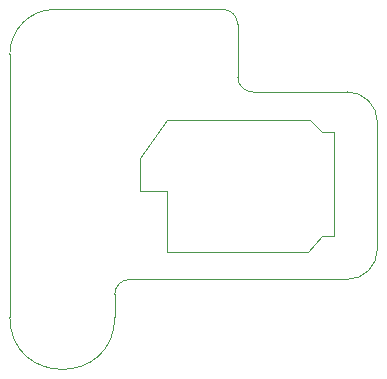
<source format=gbr>
G04 #@! TF.GenerationSoftware,KiCad,Pcbnew,5.99.0-unknown-bf85ddd577~142~ubuntu20.04.1*
G04 #@! TF.CreationDate,2021-11-08T22:56:13-05:00*
G04 #@! TF.ProjectId,microTouch,6d696372-6f54-46f7-9563-682e6b696361,rev?*
G04 #@! TF.SameCoordinates,Original*
G04 #@! TF.FileFunction,Profile,NP*
%FSLAX46Y46*%
G04 Gerber Fmt 4.6, Leading zero omitted, Abs format (unit mm)*
G04 Created by KiCad (PCBNEW 5.99.0-unknown-bf85ddd577~142~ubuntu20.04.1) date 2021-11-08 22:56:13*
%MOMM*%
%LPD*%
G01*
G04 APERTURE LIST*
G04 #@! TA.AperFunction,Profile*
%ADD10C,0.100000*%
G04 #@! TD*
G04 APERTURE END LIST*
D10*
X98425000Y-112395000D02*
X98425000Y-90170000D01*
X107315000Y-110490000D02*
X107315000Y-112395000D01*
X98425000Y-112395000D02*
G75*
G03*
X107315000Y-112395000I4445000J0D01*
G01*
X108585000Y-109220000D02*
G75*
G03*
X107315000Y-110490000I0J-1270000D01*
G01*
X127000000Y-109220000D02*
X108585000Y-109220000D01*
X127000000Y-109220000D02*
G75*
G03*
X129540000Y-106680000I0J2540000D01*
G01*
X129540000Y-95885000D02*
X129540000Y-106680000D01*
X129540000Y-95885000D02*
G75*
G03*
X127000000Y-93345000I-2540000J0D01*
G01*
X118989974Y-93345000D02*
X127000000Y-93345000D01*
X117719974Y-92075000D02*
G75*
G03*
X118989974Y-93345000I1270000J0D01*
G01*
X117719974Y-87630000D02*
X117719974Y-92075000D01*
X117719974Y-87630000D02*
G75*
G03*
X116449974Y-86360000I-1270000J0D01*
G01*
X102235000Y-86360000D02*
X116449974Y-86360000D01*
X102235000Y-86360000D02*
G75*
G03*
X98425000Y-90170000I0J-3810000D01*
G01*
X111760000Y-106934000D02*
X111760000Y-101727000D01*
X123698000Y-106934000D02*
X111760000Y-106934000D01*
X124841000Y-105537000D02*
X123698000Y-106934000D01*
X125857000Y-105537000D02*
X124841000Y-105537000D01*
X125857000Y-96774000D02*
X125857000Y-105537000D01*
X124841000Y-96774000D02*
X125857000Y-96774000D01*
X123825000Y-95758000D02*
X124841000Y-96774000D01*
X111760000Y-95758000D02*
X123825000Y-95758000D01*
X109474000Y-98933000D02*
X111760000Y-95758000D01*
X109474000Y-101727000D02*
X109474000Y-98933000D01*
X111760000Y-101727000D02*
X109474000Y-101727000D01*
M02*

</source>
